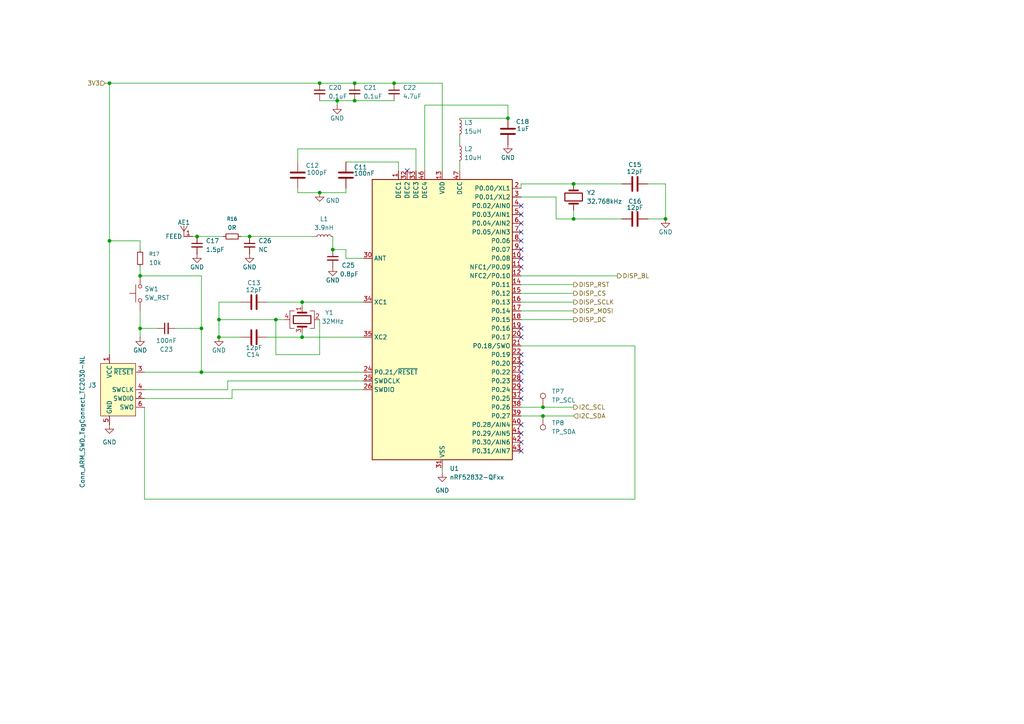
<source format=kicad_sch>
(kicad_sch (version 20250114) (generator "eeschema") (generator_version "9.0")
  (paper "A4")
  (title_block (title "air-ctrl") (date "2025-10-22") (rev "1.2"))
  (lib_symbols
    (symbol "Connector:Conn_ARM_SWD_TagConnect_TC2030-NL" (in_bom no)
      (property "Reference" "J" (at 2.54 11.43 0))
      (property "Value" "Conn_ARM_SWD_TagConnect_TC2030-NL" (at 2.54 8.89 0))
      (symbol "Conn_ARM_SWD_TagConnect_TC2030-NL_0_0"
        (pin power_in line (at -2.54 10.16 270) (length 2.54) (name "VCC") (number "1"))
        (pin power_in line (at -2.54 -10.16 90) (length 2.54) (name "GND") (number "5"))
        (pin open_collector line (at 7.62 5.08 180) (length 2.54) (name "~{RESET}") (number "3"))
        (pin output line (at 7.62 0 180) (length 2.54) (name "SWCLK") (number "4"))
        (pin bidirectional line (at 7.62 -2.54 180) (length 2.54) (name "SWDIO") (number "2"))
        (pin input line (at 7.62 -5.08 180) (length 2.54) (name "SWO") (number "6"))
      )
      (symbol "Conn_ARM_SWD_TagConnect_TC2030-NL_0_1"
        (rectangle (start -5.08 7.62) (end 5.08 -7.62) (fill (type background)))
      )
    )
    (symbol "Connector:TestPoint" (pin_numbers (hide yes)) (pin_names (offset 0.762) (hide yes))
      (property "Reference" "TP" (at 0 6.858 0))
      (property "Value" "TestPoint" (at 0 5.08 0))
      (symbol "TestPoint_0_1"
        (circle (center 0 3.302) (radius 0.762))
      )
      (symbol "TestPoint_1_1"
        (pin passive line (at 0 0 90) (length 2.54) (name "1") (number "1"))
      )
    )
    (symbol "Device:C" (pin_numbers (hide yes)) (pin_names (offset 0.254))
      (property "Reference" "C" (at 0.635 2.54 0))
      (property "Value" "C" (at 0.635 -2.54 0))
      (symbol "C_0_1"
        (polyline (pts (xy -2.032 0.762) (xy 2.032 0.762)) (stroke (width 0.508)))
        (polyline (pts (xy -2.032 -0.762) (xy 2.032 -0.762)) (stroke (width 0.508)))
      )
      (symbol "C_1_1"
        (pin passive line (at 0 3.81 270) (length 2.794) (name "~") (number "1"))
        (pin passive line (at 0 -3.81 90) (length 2.794) (name "~") (number "2"))
      )
    )
    (symbol "Device:C_Small" (pin_numbers (hide yes)) (pin_names (offset 0.254) (hide yes))
      (property "Reference" "C" (at 0.254 1.778 0))
      (property "Value" "C_Small" (at 0.254 -2.032 0))
      (symbol "C_Small_0_1"
        (polyline (pts (xy -1.524 0.508) (xy 1.524 0.508)) (stroke (width 0.3048)))
        (polyline (pts (xy -1.524 -0.508) (xy 1.524 -0.508)) (stroke (width 0.3302)))
      )
      (symbol "C_Small_1_1"
        (pin passive line (at 0 2.54 270) (length 2.032) (name "~") (number "1"))
        (pin passive line (at 0 -2.54 90) (length 2.032) (name "~") (number "2"))
      )
    )
    (symbol "Device:Crystal" (pin_numbers (hide yes)) (pin_names (offset 1.016) (hide yes))
      (property "Reference" "Y" (at 0 3.81 0))
      (property "Value" "Crystal" (at 0 -3.81 0))
      (symbol "Crystal_0_1"
        (polyline (pts (xy -2.54 0) (xy -1.905 0)))
        (polyline (pts (xy -1.905 -1.27) (xy -1.905 1.27)) (stroke (width 0.508)))
        (rectangle (start -1.143 2.54) (end 1.143 -2.54) (stroke (width 0.3048)))
        (polyline (pts (xy 1.905 -1.27) (xy 1.905 1.27)) (stroke (width 0.508)))
        (polyline (pts (xy 2.54 0) (xy 1.905 0)))
      )
      (symbol "Crystal_1_1"
        (pin passive line (at -3.81 0 0) (length 1.27) (name "1") (number "1"))
        (pin passive line (at 3.81 0 180) (length 1.27) (name "2") (number "2"))
      )
    )
    (symbol "Device:Crystal_GND24" (pin_names (offset 1.016) (hide yes))
      (property "Reference" "Y" (at 3.175 5.08 0))
      (property "Value" "Crystal_GND24" (at 3.175 3.175 0))
      (symbol "Crystal_GND24_0_1"
        (polyline (pts (xy -2.54 2.286) (xy -2.54 3.556) (xy 2.54 3.556) (xy 2.54 2.286)))
        (polyline (pts (xy -2.54 0) (xy -2.032 0)))
        (polyline (pts (xy -2.54 -2.286) (xy -2.54 -3.556) (xy 2.54 -3.556) (xy 2.54 -2.286)))
        (polyline (pts (xy -2.032 -1.27) (xy -2.032 1.27)) (stroke (width 0.508)))
        (rectangle (start -1.143 2.54) (end 1.143 -2.54) (stroke (width 0.3048)))
        (polyline (pts (xy 0 3.556) (xy 0 3.81)))
        (polyline (pts (xy 0 -3.81) (xy 0 -3.556)))
        (polyline (pts (xy 2.032 0) (xy 2.54 0)))
        (polyline (pts (xy 2.032 -1.27) (xy 2.032 1.27)) (stroke (width 0.508)))
      )
      (symbol "Crystal_GND24_1_1"
        (pin passive line (at -3.81 0 0) (length 1.27) (name "1") (number "1"))
        (pin passive line (at 0 5.08 270) (length 1.27) (name "2") (number "2"))
        (pin passive line (at 0 -5.08 90) (length 1.27) (name "4") (number "4"))
        (pin passive line (at 3.81 0 180) (length 1.27) (name "3") (number "3"))
      )
    )
    (symbol "Device:L_Small" (pin_numbers (hide yes)) (pin_names (offset 0.254) (hide yes))
      (property "Reference" "L" (at 0.762 1.016 0))
      (property "Value" "L_Small" (at 0.762 -1.016 0))
      (symbol "L_Small_0_1"
        (arc (start 0 2.032) (mid 0.5058 1.524) (end 0 1.016))
        (arc (start 0 1.016) (mid 0.5058 0.508) (end 0 0))
        (arc (start 0 0) (mid 0.5058 -0.508) (end 0 -1.016))
        (arc (start 0 -1.016) (mid 0.5058 -1.524) (end 0 -2.032))
      )
      (symbol "L_Small_1_1"
        (pin passive line (at 0 2.54 270) (length 0.508) (name "~") (number "1"))
        (pin passive line (at 0 -2.54 90) (length 0.508) (name "~") (number "2"))
      )
    )
    (symbol "Device:R_Small" (pin_numbers (hide yes)) (pin_names (offset 0.254) (hide yes))
      (property "Reference" "R" (at 0 0 90))
      (property "Value" "R_Small" (at 1.778 0 90))
      (symbol "R_Small_0_1"
        (rectangle (start -0.762 1.778) (end 0.762 -1.778) (stroke (width 0.2032)))
      )
      (symbol "R_Small_1_1"
        (pin passive line (at 0 2.54 270) (length 0.762) (name "~") (number "1"))
        (pin passive line (at 0 -2.54 90) (length 0.762) (name "~") (number "2"))
      )
    )
    (symbol "MCU_Nordic:nRF52832-QFxx"
      (property "Reference" "U" (at 0 1.27 0))
      (property "Value" "nRF52832-QFxx" (at 0 -1.27 0))
      (symbol "nRF52832-QFxx_0_1"
        (rectangle (start -20.32 40.64) (end 20.32 -40.64) (stroke (width 0.254)) (fill (type background)))
      )
      (symbol "nRF52832-QFxx_1_1"
        (pin passive line (at -22.86 17.78 0) (length 2.54) (name "ANT") (number "30"))
        (pin input line (at -22.86 5.08 0) (length 2.54) (name "XC1") (number "34"))
        (pin input line (at -22.86 -5.08 0) (length 2.54) (name "XC2") (number "35"))
        (pin bidirectional line (at -22.86 -15.24 0) (length 2.54) (name "P0.21/~{RESET}") (number "24"))
        (pin input line (at -22.86 -17.78 0) (length 2.54) (name "SWDCLK") (number "25"))
        (pin bidirectional line (at -22.86 -20.32 0) (length 2.54) (name "SWDIO") (number "26"))
        (pin no_connect line (at -20.32 -30.48 0) (length 2.54) (hide yes) (name "NC") (number "44"))
        (pin passive line (at -12.7 43.18 270) (length 2.54) (name "DEC1") (number "1"))
        (pin passive line (at -10.16 43.18 270) (length 2.54) (name "DEC2") (number "32"))
        (pin passive line (at -7.62 43.18 270) (length 2.54) (name "DEC3") (number "33"))
        (pin passive line (at -5.08 43.18 270) (length 2.54) (name "DEC4") (number "46"))
        (pin power_in line (at 0 43.18 270) (length 2.54) (name "VDD") (number "13"))
        (pin passive line (at 0 43.18 270) (length 2.54) (hide yes) (name "VDD") (number "36"))
        (pin passive line (at 0 43.18 270) (length 2.54) (hide yes) (name "VDD") (number "48"))
        (pin power_in line (at 0 -43.18 90) (length 2.54) (name "VSS") (number "31"))
        (pin passive line (at 0 -43.18 90) (length 2.54) (hide yes) (name "VSS") (number "45"))
        (pin passive line (at 0 -43.18 90) (length 2.54) (hide yes) (name "VSS") (number "49"))
        (pin power_out line (at 5.08 43.18 270) (length 2.54) (name "DCC") (number "47"))
        (pin bidirectional line (at 22.86 38.1 180) (length 2.54) (name "P0.00/XL1") (number "2"))
        (pin bidirectional line (at 22.86 35.56 180) (length 2.54) (name "P0.01/XL2") (number "3"))
        (pin bidirectional line (at 22.86 33.02 180) (length 2.54) (name "P0.02/AIN0") (number "4"))
        (pin bidirectional line (at 22.86 30.48 180) (length 2.54) (name "P0.03/AIN1") (number "5"))
        (pin bidirectional line (at 22.86 27.94 180) (length 2.54) (name "P0.04/AIN2") (number "6"))
        (pin bidirectional line (at 22.86 25.4 180) (length 2.54) (name "P0.05/AIN3") (number "7"))
        (pin bidirectional line (at 22.86 22.86 180) (length 2.54) (name "P0.06") (number "8"))
        (pin bidirectional line (at 22.86 20.32 180) (length 2.54) (name "P0.07") (number "9"))
        (pin bidirectional line (at 22.86 17.78 180) (length 2.54) (name "P0.08") (number "10"))
        (pin bidirectional line (at 22.86 15.24 180) (length 2.54) (name "NFC1/P0.09") (number "11"))
        (pin bidirectional line (at 22.86 12.7 180) (length 2.54) (name "NFC2/P0.10") (number "12"))
        (pin bidirectional line (at 22.86 10.16 180) (length 2.54) (name "P0.11") (number "14"))
        (pin bidirectional line (at 22.86 7.62 180) (length 2.54) (name "P0.12") (number "15"))
        (pin bidirectional line (at 22.86 5.08 180) (length 2.54) (name "P0.13") (number "16"))
        (pin bidirectional line (at 22.86 2.54 180) (length 2.54) (name "P0.14") (number "17"))
        (pin bidirectional line (at 22.86 0 180) (length 2.54) (name "P0.15") (number "18"))
        (pin bidirectional line (at 22.86 -2.54 180) (length 2.54) (name "P0.16") (number "19"))
        (pin bidirectional line (at 22.86 -5.08 180) (length 2.54) (name "P0.17") (number "20"))
        (pin bidirectional line (at 22.86 -7.62 180) (length 2.54) (name "P0.18/SWO") (number "21"))
        (pin bidirectional line (at 22.86 -10.16 180) (length 2.54) (name "P0.19") (number "22"))
        (pin bidirectional line (at 22.86 -12.7 180) (length 2.54) (name "P0.20") (number "23"))
        (pin bidirectional line (at 22.86 -15.24 180) (length 2.54) (name "P0.22") (number "27"))
        (pin bidirectional line (at 22.86 -17.78 180) (length 2.54) (name "P0.23") (number "28"))
        (pin bidirectional line (at 22.86 -20.32 180) (length 2.54) (name "P0.24") (number "29"))
        (pin bidirectional line (at 22.86 -22.86 180) (length 2.54) (name "P0.25") (number "37"))
        (pin bidirectional line (at 22.86 -25.4 180) (length 2.54) (name "P0.26") (number "38"))
        (pin bidirectional line (at 22.86 -27.94 180) (length 2.54) (name "P0.27") (number "39"))
        (pin bidirectional line (at 22.86 -30.48 180) (length 2.54) (name "P0.28/AIN4") (number "40"))
        (pin bidirectional line (at 22.86 -33.02 180) (length 2.54) (name "P0.29/AIN5") (number "41"))
        (pin bidirectional line (at 22.86 -35.56 180) (length 2.54) (name "P0.30/AIN6") (number "42"))
        (pin bidirectional line (at 22.86 -38.1 180) (length 2.54) (name "P0.31/AIN7") (number "43"))
      )
    )
    (symbol "RF_Bluetooth:PCB_Antenna_BLE_Custom"
      (property "Reference" "AE1" (at 0 4.064 0))
      (symbol "PCB_Antenna_BLE_Custom_0_1"
        (polyline (pts (xy 0 1.524) (xy 0 3.048)))
        (polyline (pts (xy 0 1.524) (xy 1.016 3.048)))
        (polyline (pts (xy 0 0) (xy 0 1.524) (xy -1.016 3.048)))
      )
      (symbol "PCB_Antenna_BLE_Custom_1_1"
        (pin passive line (at 2.54 0 180) (length 2.54) (name "FEED") (number "1"))
      )
    )
    (symbol "Switch:SW_Push" (pin_numbers (hide yes)) (pin_names (offset 1.016) (hide yes))
      (property "Reference" "SW" (at 1.27 2.54 0))
      (property "Value" "SW_Push" (at 0 -1.524 0))
      (symbol "SW_Push_0_1"
        (circle (center -2.032 0) (radius 0.508))
        (polyline (pts (xy 0 1.27) (xy 0 3.048)))
        (circle (center 2.032 0) (radius 0.508))
        (polyline (pts (xy 2.54 1.27) (xy -2.54 1.27)))
        (pin passive line (at -5.08 0 0) (length 2.54) (name "1") (number "1"))
        (pin passive line (at 5.08 0 180) (length 2.54) (name "2") (number "2"))
      )
    )
    (symbol "power:GND" (power) (pin_numbers (hide yes)) (pin_names (offset 0) (hide yes))
      (property "Value" "GND" (at 0 -3.81 0))
      (symbol "GND_0_1"
        (polyline (pts (xy 0 0) (xy 0 -1.27) (xy 1.27 -1.27) (xy 0 -2.54) (xy -1.27 -1.27) (xy 0 -1.27)))
      )
      (symbol "GND_1_1"
        (pin power_in line (at 0 0 270) (length 0) (name "~") (number "1"))
      )
    )
  )
  (junction (at 87.63 97.79))
  (junction (at 166.37 53.34))
  (junction (at 31.75 24.13))
  (junction (at 157.48 118.11))
  (junction (at 102.87 29.21))
  (junction (at 40.64 80.01))
  (junction (at 31.75 69.85))
  (junction (at 147.32 34.29))
  (junction (at 92.71 24.13))
  (junction (at 72.39 68.58))
  (junction (at 58.42 95.25))
  (junction (at 63.5 92.71))
  (junction (at 92.71 55.88))
  (junction (at 63.5 97.79))
  (junction (at 40.64 95.25))
  (junction (at 166.37 63.5))
  (junction (at 87.63 87.63))
  (junction (at 114.3 24.13))
  (junction (at 57.15 68.58))
  (junction (at 102.87 24.13))
  (junction (at 97.79 29.21))
  (junction (at 96.52 72.39))
  (junction (at 80.01 92.71))
  (junction (at 58.42 107.95))
  (junction (at 157.48 120.65))
  (junction (at 193.04 63.5))
  (no_connect (at 151.13 125.73))
  (no_connect (at 151.13 64.77))
  (no_connect (at 118.11 49.53))
  (no_connect (at 151.13 74.93))
  (no_connect (at 151.13 130.81))
  (no_connect (at 151.13 97.79))
  (no_connect (at 151.13 67.31))
  (no_connect (at 151.13 102.87))
  (no_connect (at 151.13 105.41))
  (no_connect (at 151.13 72.39))
  (no_connect (at 151.13 110.49))
  (no_connect (at 151.13 113.03))
  (no_connect (at 151.13 123.19))
  (no_connect (at 151.13 95.25))
  (no_connect (at 151.13 69.85))
  (no_connect (at 151.13 107.95))
  (no_connect (at 151.13 115.57))
  (no_connect (at 151.13 59.69))
  (no_connect (at 151.13 77.47))
  (no_connect (at 151.13 62.23))
  (no_connect (at 151.13 128.27))
  (wire (pts (xy 41.91 113.03) (xy 66.04 113.03)))
  (wire (pts (xy 96.52 72.39) (xy 96.52 68.58)))
  (wire (pts (xy 100.33 74.93) (xy 105.41 74.93)))
  (wire (pts (xy 133.35 39.37) (xy 133.35 41.91)))
  (wire (pts (xy 67.31 113.03) (xy 105.41 113.03)))
  (wire (pts (xy 100.33 46.99) (xy 115.57 46.99)))
  (wire (pts (xy 86.36 46.99) (xy 86.36 43.18)))
  (wire (pts (xy 92.71 92.71) (xy 92.71 102.87)))
  (wire (pts (xy 179.07 80.01) (xy 151.13 80.01)))
  (wire (pts (xy 151.13 85.09) (xy 166.37 85.09)))
  (wire (pts (xy 77.47 87.63) (xy 87.63 87.63)))
  (wire (pts (xy 161.29 63.5) (xy 166.37 63.5)))
  (wire (pts (xy 193.04 63.5) (xy 187.96 63.5)))
  (wire (pts (xy 40.64 95.25) (xy 40.64 97.79)))
  (wire (pts (xy 193.04 53.34) (xy 193.04 63.5)))
  (wire (pts (xy 50.8 95.25) (xy 58.42 95.25)))
  (wire (pts (xy 151.13 118.11) (xy 157.48 118.11)))
  (wire (pts (xy 102.87 29.21) (xy 114.3 29.21)))
  (wire (pts (xy 58.42 95.25) (xy 58.42 107.95)))
  (wire (pts (xy 55.88 68.58) (xy 57.15 68.58)))
  (wire (pts (xy 57.15 68.58) (xy 64.77 68.58)))
  (wire (pts (xy 63.5 92.71) (xy 63.5 87.63)))
  (wire (pts (xy 58.42 80.01) (xy 58.42 95.25)))
  (wire (pts (xy 151.13 82.55) (xy 166.37 82.55)))
  (wire (pts (xy 166.37 53.34) (xy 151.13 53.34)))
  (wire (pts (xy 31.75 69.85) (xy 40.64 69.85)))
  (wire (pts (xy 115.57 46.99) (xy 115.57 49.53)))
  (wire (pts (xy 100.33 55.88) (xy 92.71 55.88)))
  (wire (pts (xy 40.64 90.17) (xy 40.64 95.25)))
  (wire (pts (xy 166.37 53.34) (xy 180.34 53.34)))
  (wire (pts (xy 97.79 29.21) (xy 92.71 29.21)))
  (wire (pts (xy 40.64 77.47) (xy 40.64 80.01)))
  (wire (pts (xy 66.04 110.49) (xy 105.41 110.49)))
  (wire (pts (xy 100.33 72.39) (xy 100.33 74.93)))
  (wire (pts (xy 123.19 30.48) (xy 147.32 30.48)))
  (wire (pts (xy 72.39 68.58) (xy 91.44 68.58)))
  (wire (pts (xy 41.91 118.11) (xy 41.91 144.78)))
  (wire (pts (xy 86.36 43.18) (xy 120.65 43.18)))
  (wire (pts (xy 151.13 90.17) (xy 166.37 90.17)))
  (wire (pts (xy 87.63 87.63) (xy 87.63 88.9)))
  (wire (pts (xy 157.48 118.11) (xy 166.37 118.11)))
  (wire (pts (xy 66.04 113.03) (xy 66.04 110.49)))
  (wire (pts (xy 69.85 68.58) (xy 72.39 68.58)))
  (wire (pts (xy 123.19 30.48) (xy 123.19 49.53)))
  (wire (pts (xy 151.13 120.65) (xy 157.48 120.65)))
  (wire (pts (xy 102.87 24.13) (xy 114.3 24.13)))
  (wire (pts (xy 97.79 29.21) (xy 102.87 29.21)))
  (wire (pts (xy 92.71 102.87) (xy 80.01 102.87)))
  (wire (pts (xy 100.33 72.39) (xy 96.52 72.39)))
  (wire (pts (xy 184.15 144.78) (xy 184.15 100.33)))
  (wire (pts (xy 114.3 24.13) (xy 128.27 24.13)))
  (wire (pts (xy 40.64 80.01) (xy 58.42 80.01)))
  (wire (pts (xy 128.27 24.13) (xy 128.27 49.53)))
  (wire (pts (xy 87.63 97.79) (xy 105.41 97.79)))
  (wire (pts (xy 151.13 87.63) (xy 166.37 87.63)))
  (wire (pts (xy 187.96 53.34) (xy 193.04 53.34)))
  (wire (pts (xy 41.91 107.95) (xy 58.42 107.95)))
  (wire (pts (xy 128.27 135.89) (xy 128.27 137.16)))
  (wire (pts (xy 151.13 53.34) (xy 151.13 54.61)))
  (wire (pts (xy 133.35 34.29) (xy 147.32 34.29)))
  (wire (pts (xy 157.48 120.65) (xy 166.37 120.65)))
  (wire (pts (xy 87.63 96.52) (xy 87.63 97.79)))
  (wire (pts (xy 31.75 24.13) (xy 92.71 24.13)))
  (wire (pts (xy 92.71 24.13) (xy 102.87 24.13)))
  (wire (pts (xy 166.37 63.5) (xy 166.37 60.96)))
  (wire (pts (xy 166.37 92.71) (xy 151.13 92.71)))
  (wire (pts (xy 63.5 92.71) (xy 80.01 92.71)))
  (wire (pts (xy 77.47 97.79) (xy 87.63 97.79)))
  (wire (pts (xy 151.13 57.15) (xy 161.29 57.15)))
  (wire (pts (xy 67.31 115.57) (xy 67.31 113.03)))
  (wire (pts (xy 63.5 97.79) (xy 69.85 97.79)))
  (wire (pts (xy 63.5 97.79) (xy 63.5 92.71)))
  (wire (pts (xy 40.64 95.25) (xy 45.72 95.25)))
  (wire (pts (xy 31.75 69.85) (xy 31.75 102.87)))
  (wire (pts (xy 86.36 55.88) (xy 92.71 55.88)))
  (wire (pts (xy 58.42 107.95) (xy 105.41 107.95)))
  (wire (pts (xy 41.91 115.57) (xy 67.31 115.57)))
  (wire (pts (xy 80.01 102.87) (xy 80.01 92.71)))
  (wire (pts (xy 63.5 87.63) (xy 69.85 87.63)))
  (wire (pts (xy 86.36 54.61) (xy 86.36 55.88)))
  (wire (pts (xy 41.91 144.78) (xy 184.15 144.78)))
  (wire (pts (xy 184.15 100.33) (xy 151.13 100.33)))
  (wire (pts (xy 100.33 54.61) (xy 100.33 55.88)))
  (wire (pts (xy 120.65 43.18) (xy 120.65 49.53)))
  (wire (pts (xy 30.48 24.13) (xy 31.75 24.13)))
  (wire (pts (xy 40.64 72.39) (xy 40.64 69.85)))
  (wire (pts (xy 31.75 24.13) (xy 31.75 69.85)))
  (wire (pts (xy 87.63 87.63) (xy 105.41 87.63)))
  (wire (pts (xy 180.34 63.5) (xy 166.37 63.5)))
  (wire (pts (xy 97.79 30.48) (xy 97.79 29.21)))
  (wire (pts (xy 161.29 57.15) (xy 161.29 63.5)))
  (wire (pts (xy 133.35 46.99) (xy 133.35 49.53)))
  (wire (pts (xy 147.32 30.48) (xy 147.32 34.29)))
  (wire (pts (xy 80.01 92.71) (xy 82.55 92.71)))
  (hierarchical_label "DISP_CS" (shape output) (at 166.37 85.09 0))
  (hierarchical_label "DISP_MOSI" (shape output) (at 166.37 90.17 0))
  (hierarchical_label "DISP_DC" (shape output) (at 166.37 92.71 0))
  (hierarchical_label "I2C_SDA" (shape input) (at 166.37 120.65 0))
  (hierarchical_label "DISP_RST" (shape output) (at 166.37 82.55 0))
  (hierarchical_label "I2C_SCL" (shape output) (at 166.37 118.11 0))
  (hierarchical_label "DISP_BL" (shape output) (at 179.07 80.01 0))
  (hierarchical_label "3V3" (shape input) (at 30.48 24.13 180))
  (hierarchical_label "DISP_SCLK" (shape output) (at 166.37 87.63 0))
  (symbol (lib_id "Device:C_Small") (at 96.52 74.93 0) (unit 1)
    (property "Reference" "C25" (at 99.06 76.962 0) (effects (justify left)))
    (property "Value" "0.8pF" (at 98.552 79.502 0) (effects (justify left)))
    (property "Footprint" "Capacitor_SMD:C_0201_0603Metric" (effects (hide yes)))
    (property "Description" "Unpolarized capacitor, small symbol" (effects (hide yes)))
  )
  (symbol (lib_id "power:GND") (at 92.71 55.88 0) (unit 1)
    (property "Reference" "#PWR023" (effects (hide yes)))
    (property "Value" "GND" (at 96.52 58.166 0))
    (property "Description" "Power symbol creates a global label with name \"GND\" , ground" (effects (hide yes)))
  )
  (symbol (lib_id "RF_Bluetooth:PCB_Antenna_BLE_Custom") (at 53.34 68.58 0) (unit 1) (in_bom no)
    (property "Reference" "AE1" (at 53.34 64.516 0))
    (property "Footprint" "RF_Antenna:Antenna_BLE" (effects (hide yes)))
  )
  (symbol (lib_id "MCU_Nordic:nRF52832-QFxx") (at 128.27 92.71 0) (unit 1)
    (property "Reference" "U1" (at 130.4133 135.89 0) (effects (justify left)))
    (property "Value" "nRF52832-QFxx" (at 130.4133 138.43 0) (effects (justify left)))
    (property "Footprint" "Package_DFN_QFN:QFN-48-1EP_6x6mm_P0.4mm_EP4.6x4.6mm" (effects (hide yes)))
    (property "Datasheet" "http://infocenter.nordicsemi.com/pdf/nRF52832_PS_v1.4.pdf" (effects (hide yes)))
    (property "Description" "Multiprotocol BLE/2.4GHz Cortex-M4 SoC, QFN-48" (effects (hide yes)))
  )
  (symbol (lib_id "Connector:Conn_ARM_SWD_TagConnect_TC2030-NL") (at 34.29 113.03 0) (unit 1) (in_bom no)
    (property "Reference" "J3" (at 27.94 111.7599 0) (effects (justify right)))
    (property "Value" "Conn_ARM_SWD_TagConnect_TC2030-NL" (at 23.876 103.124 90) (effects (justify right)))
    (property "Footprint" "Connector:Tag-Connect_TC2030-IDC-NL_2x03_P1.27mm_Vertical" (effects (hide yes)))
    (property "Datasheet" "https://www.tag-connect.com/wp-content/uploads/bsk-pdf-manager/TC2030-CTX_1.pdf" (effects (hide yes)))
    (property "Description" "Tag-Connect ARM Cortex SWD JTAG connector, 6 pin, no legs" (effects (hide yes)))
  )
  (symbol (lib_id "power:GND") (at 128.27 137.16 0) (unit 1)
    (property "Reference" "#PWR022" (effects (hide yes)))
    (property "Value" "GND" (at 128.27 142.24 0))
    (property "Description" "Power symbol creates a global label with name \"GND\" , ground" (effects (hide yes)))
  )
  (symbol (lib_id "Device:C_Small") (at 102.87 26.67 0) (unit 1)
    (property "Reference" "C21" (at 105.41 25.4062 0) (effects (justify left)))
    (property "Value" "0.1uF" (at 105.41 27.9462 0) (effects (justify left)))
    (property "Footprint" "Capacitor_SMD:C_0603_1608Metric" (effects (hide yes)))
    (property "Description" "Unpolarized capacitor, small symbol" (effects (hide yes)))
  )
  (symbol (lib_id "Connector:TestPoint") (at 157.48 118.11 0) (unit 1) (in_bom no)
    (property "Reference" "TP7" (at 160.02 113.5379 0) (effects (justify left)))
    (property "Value" "TP_SCL" (at 160.02 116.0779 0) (effects (justify left)))
    (property "Footprint" "TestPoint:TestPoint_Pad_D1.0mm" (effects (hide yes)))
    (property "Description" "test point" (effects (hide yes)))
  )
  (symbol (lib_id "Device:C_Small") (at 57.15 71.12 0) (unit 1)
    (property "Reference" "C17" (at 59.69 69.8562 0) (effects (justify left)))
    (property "Value" "1.5pF" (at 59.69 72.3962 0) (effects (justify left)))
    (property "Footprint" "Capacitor_SMD:C_0201_0603Metric" (effects (hide yes)))
    (property "Description" "Unpolarized capacitor, small symbol" (effects (hide yes)))
  )
  (symbol (lib_id "Device:R_Small") (at 67.31 68.58 90) (unit 1)
    (property "Reference" "R16" (at 67.31 63.5 90) (effects (font (size 1.016 1.016))))
    (property "Value" "0R" (at 67.31 66.04 90))
    (property "Footprint" "Resistor_SMD:R_0201_0603Metric" (effects (hide yes)))
    (property "Description" "Resistor, small symbol" (effects (hide yes)))
  )
  (symbol (lib_id "Device:C_Small") (at 48.26 95.25 90) (unit 1)
    (property "Reference" "C23" (at 48.26 101.346 90))
    (property "Value" "100nF" (at 48.26 98.806 90))
    (property "Footprint" "Capacitor_SMD:C_0603_1608Metric" (effects (hide yes)))
    (property "Description" "Unpolarized capacitor, small symbol" (effects (hide yes)))
  )
  (symbol (lib_id "power:GND") (at 147.32 41.91 0) (unit 1)
    (property "Reference" "#PWR029" (effects (hide yes)))
    (property "Value" "GND" (at 147.32 45.72 0))
    (property "Description" "Power symbol creates a global label with name \"GND\" , ground" (effects (hide yes)))
  )
  (symbol (lib_id "Device:C_Small") (at 72.39 71.12 0) (unit 1) (in_bom no)
    (property "Reference" "C26" (at 74.93 69.8562 0) (effects (justify left)))
    (property "Value" "NC" (at 74.93 72.3962 0) (effects (justify left)))
    (property "Footprint" "Capacitor_SMD:C_0201_0603Metric" (effects (hide yes)))
    (property "Description" "Unpolarized capacitor, small symbol" (effects (hide yes)))
  )
  (symbol (lib_id "power:GND") (at 31.75 123.19 0) (unit 1)
    (property "Reference" "#PWR024" (effects (hide yes)))
    (property "Value" "GND" (at 31.75 128.27 0))
    (property "Description" "Power symbol creates a global label with name \"GND\" , ground" (effects (hide yes)))
  )
  (symbol (lib_id "Device:C") (at 86.36 50.8 0) (unit 1)
    (property "Reference" "C12" (at 88.646 48.006 0) (effects (justify left)))
    (property "Value" "100pF" (at 88.9 50.038 0) (effects (justify left)))
    (property "Footprint" "Capacitor_SMD:C_0603_1608Metric" (effects (hide yes)))
    (property "Description" "Unpolarized capacitor" (effects (hide yes)))
  )
  (symbol (lib_id "Device:C") (at 184.15 63.5 90) (unit 1)
    (property "Reference" "C16" (at 184.15 58.42 90))
    (property "Value" "12pF" (at 184.15 60.198 90))
    (property "Footprint" "Capacitor_SMD:C_0603_1608Metric" (effects (hide yes)))
    (property "Description" "Unpolarized capacitor" (effects (hide yes)))
  )
  (symbol (lib_id "Device:Crystal_GND24") (at 87.63 92.71 270) (unit 1)
    (property "Reference" "Y1" (at 95.504 90.678 90))
    (property "Value" "32MHz" (at 96.52 93.218 90))
    (property "Footprint" "Crystal:Crystal_SMD_2016-4Pin_2.0x1.6mm" (effects (hide yes)))
    (property "Description" "Four pin crystal, GND on pins 2 and 4" (effects (hide yes)))
  )
  (symbol (lib_id "power:GND") (at 97.79 30.48 0) (unit 1)
    (property "Reference" "#PWR028" (effects (hide yes)))
    (property "Value" "GND" (at 97.79 34.29 0))
    (property "Description" "Power symbol creates a global label with name \"GND\" , ground" (effects (hide yes)))
  )
  (symbol (lib_id "Connector:TestPoint") (at 157.48 120.65 180) (unit 1) (in_bom no)
    (property "Reference" "TP8" (at 160.02 122.6819 0) (effects (justify right)))
    (property "Value" "TP_SDA" (at 160.02 125.2219 0) (effects (justify right)))
    (property "Footprint" "TestPoint:TestPoint_Pad_D1.0mm" (effects (hide yes)))
    (property "Description" "test point" (effects (hide yes)))
  )
  (symbol (lib_id "power:GND") (at 193.04 63.5 0) (unit 1)
    (property "Reference" "#PWR026" (effects (hide yes)))
    (property "Value" "GND" (at 193.04 67.31 0))
    (property "Description" "Power symbol creates a global label with name \"GND\" , ground" (effects (hide yes)))
  )
  (symbol (lib_id "Device:L_Small") (at 133.35 44.45 0) (unit 1)
    (property "Reference" "L2" (at 134.62 43.1799 0) (effects (justify left)))
    (property "Value" "10uH" (at 134.62 45.7199 0) (effects (justify left)))
    (property "Footprint" "Inductor_SMD:L_0603_1608Metric" (effects (hide yes)))
    (property "Description" "Inductor, small symbol" (effects (hide yes)))
  )
  (symbol (lib_id "Device:R_Small") (at 40.64 74.93 180) (unit 1)
    (property "Reference" "R17" (at 43.18 73.6599 0) (effects (font (size 1.016 1.016)) (justify right)))
    (property "Value" "10k" (at 43.18 76.1999 0) (effects (justify right)))
    (property "Footprint" "Resistor_SMD:R_0603_1608Metric" (effects (hide yes)))
    (property "Description" "Resistor, small symbol" (effects (hide yes)))
  )
  (symbol (lib_id "Device:C") (at 73.66 87.63 90) (unit 1)
    (property "Reference" "C13" (at 73.66 82.042 90))
    (property "Value" "12pF" (at 73.66 84.074 90))
    (property "Footprint" "Capacitor_SMD:C_0603_1608Metric" (effects (hide yes)))
    (property "Description" "Unpolarized capacitor" (effects (hide yes)))
  )
  (symbol (lib_id "Device:C") (at 147.32 38.1 0) (unit 1)
    (property "Reference" "C18" (at 149.606 35.306 0) (effects (justify left)))
    (property "Value" "1uF" (at 149.86 37.338 0) (effects (justify left)))
    (property "Footprint" "Capacitor_SMD:C_0603_1608Metric" (effects (hide yes)))
    (property "Description" "Unpolarized capacitor" (effects (hide yes)))
  )
  (symbol (lib_id "power:GND") (at 57.15 73.66 0) (unit 1)
    (property "Reference" "#PWR032" (effects (hide yes)))
    (property "Value" "GND" (at 57.15 77.47 0))
    (property "Description" "Power symbol creates a global label with name \"GND\" , ground" (effects (hide yes)))
  )
  (symbol (lib_id "Device:L_Small") (at 133.35 36.83 0) (unit 1)
    (property "Reference" "L3" (at 134.62 35.5599 0) (effects (justify left)))
    (property "Value" "15uH" (at 134.62 38.0999 0) (effects (justify left)))
    (property "Footprint" "Inductor_SMD:L_0603_1608Metric" (effects (hide yes)))
    (property "Description" "Inductor, small symbol" (effects (hide yes)))
  )
  (symbol (lib_id "Device:C") (at 73.66 97.79 90) (unit 1)
    (property "Reference" "C14" (at 73.406 102.87 90))
    (property "Value" "12pF" (at 73.66 100.838 90))
    (property "Footprint" "Capacitor_SMD:C_0603_1608Metric" (effects (hide yes)))
    (property "Description" "Unpolarized capacitor" (effects (hide yes)))
  )
  (symbol (lib_id "Device:C_Small") (at 92.71 26.67 0) (unit 1)
    (property "Reference" "C20" (at 95.25 25.4062 0) (effects (justify left)))
    (property "Value" "0.1uF" (at 95.25 27.9462 0) (effects (justify left)))
    (property "Footprint" "Capacitor_SMD:C_0603_1608Metric" (effects (hide yes)))
    (property "Description" "Unpolarized capacitor, small symbol" (effects (hide yes)))
  )
  (symbol (lib_id "Device:Crystal") (at 166.37 57.15 270) (unit 1)
    (property "Reference" "Y2" (at 170.18 55.8799 90) (effects (justify left)))
    (property "Value" "32.768kHz" (at 170.18 58.4199 90) (effects (justify left)))
    (property "Footprint" "Crystal:Crystal_SMD_3215-2Pin_3.2x1.5mm" (effects (hide yes)))
    (property "Description" "Two pin crystal" (effects (hide yes)))
  )
  (symbol (lib_id "Device:L_Small") (at 93.98 68.58 90) (unit 1)
    (property "Reference" "L1" (at 93.98 63.5 90))
    (property "Value" "3.9nH" (at 93.98 66.04 90))
    (property "Footprint" "Inductor_SMD:L_0201_0603Metric" (effects (hide yes)))
    (property "Description" "Inductor, small symbol" (effects (hide yes)))
  )
  (symbol (lib_id "Device:C") (at 184.15 53.34 90) (unit 1)
    (property "Reference" "C15" (at 184.15 47.752 90))
    (property "Value" "12pF" (at 184.15 49.784 90))
    (property "Footprint" "Capacitor_SMD:C_0603_1608Metric" (effects (hide yes)))
    (property "Description" "Unpolarized capacitor" (effects (hide yes)))
  )
  (symbol (lib_id "Device:C") (at 100.33 50.8 0) (unit 1)
    (property "Reference" "C11" (at 102.616 48.514 0) (effects (justify left)))
    (property "Value" "100nF" (at 102.616 50.292 0) (effects (justify left)))
    (property "Footprint" "Capacitor_SMD:C_0603_1608Metric" (effects (hide yes)))
    (property "Description" "Unpolarized capacitor" (effects (hide yes)))
  )
  (symbol (lib_id "power:GND") (at 63.5 97.79 0) (unit 1)
    (property "Reference" "#PWR025" (effects (hide yes)))
    (property "Value" "GND" (at 63.5 101.6 0))
    (property "Description" "Power symbol creates a global label with name \"GND\" , ground" (effects (hide yes)))
  )
  (symbol (lib_id "power:GND") (at 40.64 97.79 0) (unit 1)
    (property "Reference" "#PWR030" (effects (hide yes)))
    (property "Value" "GND" (at 40.64 101.6 0))
    (property "Description" "Power symbol creates a global label with name \"GND\" , ground" (effects (hide yes)))
  )
  (symbol (lib_id "power:GND") (at 72.39 73.66 0) (unit 1)
    (property "Reference" "#PWR034" (effects (hide yes)))
    (property "Value" "GND" (at 72.39 77.47 0))
    (property "Description" "Power symbol creates a global label with name \"GND\" , ground" (effects (hide yes)))
  )
  (symbol (lib_id "Switch:SW_Push") (at 40.64 85.09 90) (unit 1)
    (property "Reference" "SW1" (at 41.91 83.8199 90) (effects (justify right)))
    (property "Value" "SW_RST" (at 41.91 86.3599 90) (effects (justify right)))
    (property "Footprint" "Button_Switch_SMD:SW_SPST_B3U-1000P" (effects (hide yes)))
    (property "Description" "Push button switch, generic, two pins" (effects (hide yes)))
  )
  (symbol (lib_id "Device:C_Small") (at 114.3 26.67 0) (unit 1)
    (property "Reference" "C22" (at 116.84 25.4062 0) (effects (justify left)))
    (property "Value" "4.7uF" (at 116.84 27.9462 0) (effects (justify left)))
    (property "Footprint" "Capacitor_SMD:C_0603_1608Metric" (effects (hide yes)))
    (property "Description" "Unpolarized capacitor, small symbol" (effects (hide yes)))
  )
  (symbol (lib_id "power:GND") (at 96.52 77.47 0) (unit 1)
    (property "Reference" "#PWR033" (effects (hide yes)))
    (property "Value" "GND" (at 96.52 81.28 0))
    (property "Description" "Power symbol creates a global label with name \"GND\" , ground" (effects (hide yes)))
  )
)
</source>
